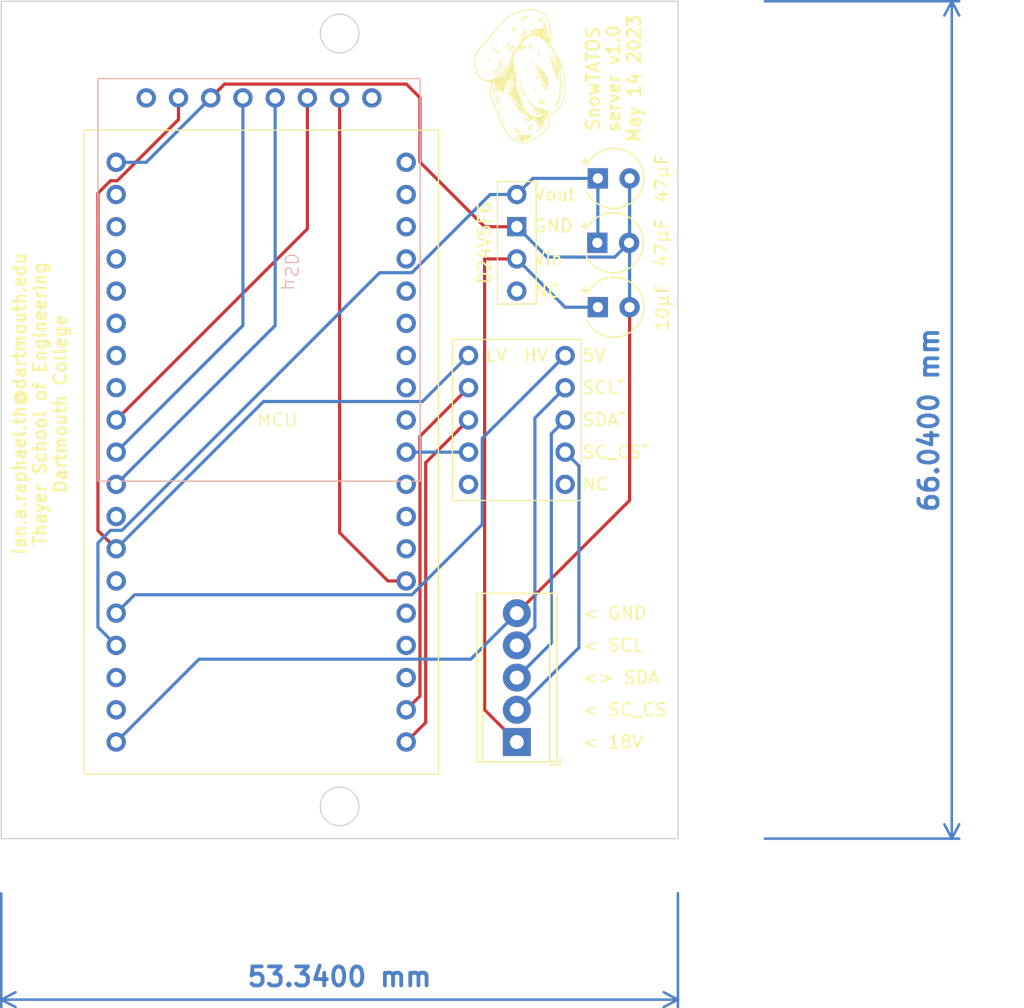
<source format=kicad_pcb>
(kicad_pcb (version 20221018) (generator pcbnew)
  (layers (0 "F.Cu" signal) (31 "B.Cu" signal) (34 "B.Paste" user) (35 "F.Paste" user) (36 "B.SilkS" user "B.Silkscreen") (37 "F.SilkS" user "F.Silkscreen") (38 "B.Mask" user) (39 "F.Mask" user) (44 "Edge.Cuts" user))
  (net 0 "")
  (net 1 "Net-(J1-Pin_2)")
  (net 2 "Net-(J1-Pin_3)")
  (net 3 "/GND")
  (net 8 "/3V3")
  (net 11 "Net-(U1-Vout)")
  (net 15 "/sd_cs")
  (net 25 "Net-(MCU1-MISO)")
  (net 26 "Net-(MCU1-MOSI)")
  (net 27 "Net-(MCU1-SCK)")
  (net 35 "Net-(J1-Pin_4)")
  (net 38 "Net-(J1-Pin_1)")
  (net 39 "/5V")
  (net 40 "Net-(MCU1-D6)")
  (net 41 "Net-(MCU1-SDA)")
  (net 42 "Net-(MCU1-SCL)")
  (footprint "Capacitor_THT:CP_Radial_Tantal_D4.5mm_P2.50mm" (layer "F.Cu") (at 161.33 72.39)
    (fp_text reference "C3" hide)
    (fp_text value "47µF" (at 5.04 0 90) (layer "F.SilkS"))
    (pad "1" thru_hole rect (at 0 0) (size 1.6 1.6) (drill 0.8) (layers "*.Cu" "*.Mask") (net 11 "Net-(U1-Vout)"))
    (pad "2" thru_hole circle (at 2.5 0) (size 1.6 1.6) (drill 0.8) (layers "*.Cu" "*.Mask") (net 3 "/GND"))
  )
  (footprint "Capacitor_THT:CP_Radial_Tantal_D4.5mm_P2.50mm" (layer "F.Cu") (at 161.29 77.47)
    (fp_text reference "C2" hide)
    (fp_text value "47µF" (at 5.08 0 90) (layer "F.SilkS"))
    (pad "1" thru_hole rect (at 0 0) (size 1.6 1.6) (drill 0.8) (layers "*.Cu" "*.Mask") (net 11 "Net-(U1-Vout)"))
    (pad "2" thru_hole circle (at 2.5 0) (size 1.6 1.6) (drill 0.8) (layers "*.Cu" "*.Mask") (net 3 "/GND"))
  )
  (footprint "TerminalBlock_Phoenix:TerminalBlock_Phoenix_MPT-0,5-5-2.54_1x05_P2.54mm_Horizontal" (layer "F.Cu") (at 154.94 116.84 90)
    (fp_text reference "J1" hide)
    (fp_text value "Screw_Terminal_01x04" hide)
    (pad "1" thru_hole rect (at 0 0 90) (size 2.2 2.2) (drill 1.1) (layers "*.Cu" "*.Mask") (net 38 "Net-(J1-Pin_1)"))
    (pad "2" thru_hole circle (at 2.54 0 90) (size 2.2 2.2) (drill 1.1) (layers "*.Cu" "*.Mask") (net 1 "Net-(J1-Pin_2)"))
    (pad "3" thru_hole circle (at 5.08 0 90) (size 2.2 2.2) (drill 1.1) (layers "*.Cu" "*.Mask") (net 2 "Net-(J1-Pin_3)"))
    (pad "4" thru_hole circle (at 7.62 0 90) (size 2.2 2.2) (drill 1.1) (layers "*.Cu" "*.Mask") (net 35 "Net-(J1-Pin_4)"))
    (pad "5" thru_hole circle (at 10.16 0 90) (size 2.2 2.2) (drill 1.1) (layers "*.Cu" "*.Mask") (net 3 "/GND"))
  )
  (footprint "LOGO" (layer "F.Cu") (at 154.94 64.262 90)
    (fp_text reference "G***" hide)
    (fp_text value "LOGO" hide)
  )
  (footprint "Converter_DCDC:Pololu_logicLevelShifter" (layer "F.Cu") (at 154.94 91.44)
    (fp_text reference "U2" hide)
    (fp_text value "~" hide)
    (pad "1" thru_hole circle (at -3.81 -5.08) (size 1.524 1.524) (drill 0.9) (layers "*.Cu" "*.Mask") (net 8 "/3V3"))
    (pad "2" thru_hole circle (at -3.81 -2.54) (size 1.524 1.524) (drill 0.9) (layers "*.Cu" "*.Mask") (net 42 "Net-(MCU1-SCL)"))
    (pad "3" thru_hole circle (at -3.81 0) (size 1.524 1.524) (drill 0.9) (layers "*.Cu" "*.Mask") (net 41 "Net-(MCU1-SDA)"))
    (pad "4" thru_hole circle (at -3.81 2.54) (size 1.524 1.524) (drill 0.9) (layers "*.Cu" "*.Mask") (net 40 "Net-(MCU1-D6)"))
    (pad "5" thru_hole circle (at -3.81 5.08) (size 1.524 1.524) (drill 0.9) (layers "*.Cu" "*.Mask"))
    (pad "6" thru_hole circle (at 3.81 -5.08) (size 1.524 1.524) (drill 0.9) (layers "*.Cu" "*.Mask") (net 39 "/5V"))
    (pad "7" thru_hole circle (at 3.81 -2.54) (size 1.524 1.524) (drill 0.9) (layers "*.Cu" "*.Mask") (net 35 "Net-(J1-Pin_4)"))
    (pad "8" thru_hole circle (at 3.81 0) (size 1.524 1.524) (drill 0.9) (layers "*.Cu" "*.Mask") (net 2 "Net-(J1-Pin_3)"))
    (pad "9" thru_hole circle (at 3.81 2.54) (size 1.524 1.524) (drill 0.9) (layers "*.Cu" "*.Mask") (net 1 "Net-(J1-Pin_2)"))
    (pad "10" thru_hole circle (at 3.81 5.08) (size 1.524 1.524) (drill 0.9) (layers "*.Cu" "*.Mask"))
  )
  (footprint "Converter_DCDC:Pololu_D24V5F9" (layer "F.Cu") (at 154.94 77.724 90)
    (fp_text reference "U1" hide)
    (fp_text value "TPSM84203" hide)
    (pad "1" thru_hole circle (at -3.556 0 90) (size 1.524 1.524) (drill 0.9) (layers "*.Cu" "*.Mask"))
    (pad "2" thru_hole circle (at -1.016 0 90) (size 1.524 1.524) (drill 0.9) (layers "*.Cu" "*.Mask") (net 38 "Net-(J1-Pin_1)"))
    (pad "3" thru_hole rect (at 1.524 0 90) (size 1.524 1.524) (drill 0.9) (layers "*.Cu" "*.Mask") (net 3 "/GND"))
    (pad "4" thru_hole circle (at 4.064 0 90) (size 1.524 1.524) (drill 0.9) (layers "*.Cu" "*.Mask") (net 11 "Net-(U1-Vout)"))
  )
  (footprint "Module:Rocket_Scream_Mini_Ultra_Pro" (layer "F.Cu") (at 136.06 93.98)
    (fp_text reference "MCU" (at 0 -2.54 unlocked) (layer "F.SilkS") (effects (font (thickness 0.1))))
    (fp_text value "~")
    (pad "0" thru_hole circle (at 10.16 -15.24) (size 1.524 1.524) (drill 0.9) (layers "*.Cu" "*.Mask"))
    (pad "1" thru_hole circle (at 10.16 -12.7) (size 1.524 1.524) (drill 0.9) (layers "*.Cu" "*.Mask"))
    (pad "2" thru_hole circle (at 10.16 -10.16) (size 1.524 1.524) (drill 0.9) (layers "*.Cu" "*.Mask"))
    (pad "3" thru_hole circle (at 10.16 -7.62) (size 1.524 1.524) (drill 0.9) (layers "*.Cu" "*.Mask"))
    (pad "3V3" thru_hole circle (at -12.7 7.62) (size 1.524 1.524) (drill 0.9) (layers "*.Cu" "*.Mask") (net 8 "/3V3"))
    (pad "4" thru_hole circle (at 10.16 -5.08) (size 1.524 1.524) (drill 0.9) (layers "*.Cu" "*.Mask"))
    (pad "5" thru_hole circle (at 10.16 -2.54) (size 1.524 1.524) (drill 0.9) (layers "*.Cu" "*.Mask"))
    (pad "5V" thru_hole circle (at -12.7 12.7) (size 1.524 1.524) (drill 0.9) (layers "*.Cu" "*.Mask") (net 39 "/5V"))
    (pad "6" thru_hole circle (at 10.16 0) (size 1.524 1.524) (drill 0.9) (layers "*.Cu" "*.Mask") (net 40 "Net-(MCU1-D6)"))
    (pad "7" thru_hole circle (at 10.16 2.54) (size 1.524 1.524) (drill 0.9) (layers "*.Cu" "*.Mask"))
    (pad "8" thru_hole circle (at 10.16 5.08) (size 1.524 1.524) (drill 0.9) (layers "*.Cu" "*.Mask"))
    (pad "9" thru_hole circle (at 10.16 7.62) (size 1.524 1.524) (drill 0.9) (layers "*.Cu" "*.Mask"))
    (pad "10" thru_hole circle (at 10.16 10.16) (size 1.524 1.524) (drill 0.9) (layers "*.Cu" "*.Mask") (net 15 "/sd_cs"))
    (pad "11" thru_hole circle (at 10.16 12.7) (size 1.524 1.524) (drill 0.9) (layers "*.Cu" "*.Mask"))
    (pad "12" thru_hole circle (at 10.16 15.24) (size 1.524 1.524) (drill 0.9) (layers "*.Cu" "*.Mask"))
    (pad "13" thru_hole circle (at 10.16 17.78) (size 1.524 1.524) (drill 0.9) (layers "*.Cu" "*.Mask"))
    (pad "14" thru_hole circle (at -12.7 -17.78) (size 1.524 1.524) (drill 0.9) (layers "*.Cu" "*.Mask"))
    (pad "15" thru_hole circle (at -12.7 -15.24) (size 1.524 1.524) (drill 0.9) (layers "*.Cu" "*.Mask"))
    (pad "16" thru_hole circle (at -12.7 -12.7) (size 1.524 1.524) (drill 0.9) (layers "*.Cu" "*.Mask"))
    (pad "17" thru_hole circle (at -12.7 -10.16) (size 1.524 1.524) (drill 0.9) (layers "*.Cu" "*.Mask"))
    (pad "18" thru_hole circle (at -12.7 -7.62) (size 1.524 1.524) (drill 0.9) (layers "*.Cu" "*.Mask"))
    (pad "19" thru_hole circle (at -12.7 -5.08) (size 1.524 1.524) (drill 0.9) (layers "*.Cu" "*.Mask"))
    (pad "20" thru_hole circle (at 10.16 22.86) (size 1.524 1.524) (drill 0.9) (layers "*.Cu" "*.Mask") (net 41 "Net-(MCU1-SDA)"))
    (pad "21" thru_hole circle (at 10.16 20.32) (size 1.524 1.524) (drill 0.9) (layers "*.Cu" "*.Mask") (net 42 "Net-(MCU1-SCL)"))
    (pad "22" thru_hole circle (at -12.7 2.54) (size 1.524 1.524) (drill 0.9) (layers "*.Cu" "*.Mask") (net 25 "Net-(MCU1-MISO)"))
    (pad "23" thru_hole circle (at -12.7 -2.54) (size 1.524 1.524) (drill 0.9) (layers "*.Cu" "*.Mask") (net 26 "Net-(MCU1-MOSI)"))
    (pad "24" thru_hole circle (at -12.7 0) (size 1.524 1.524) (drill 0.9) (layers "*.Cu" "*.Mask") (net 27 "Net-(MCU1-SCK)"))
    (pad "30" thru_hole circle (at 10.16 -17.78) (size 1.524 1.524) (drill 0.9) (layers "*.Cu" "*.Mask"))
    (pad "31" thru_hole circle (at 10.16 -20.32) (size 1.524 1.524) (drill 0.9) (layers "*.Cu" "*.Mask"))
    (pad "38" thru_hole circle (at -12.7 5.08) (size 1.524 1.524) (drill 0.9) (layers "*.Cu" "*.Mask"))
    (pad "AREF" thru_hole circle (at -12.7 -20.32) (size 1.524 1.524) (drill 0.9) (layers "*.Cu" "*.Mask"))
    (pad "BAT" thru_hole circle (at -12.7 20.32) (size 1.524 1.524) (drill 0.9) (layers "*.Cu" "*.Mask"))
    (pad "GND" thru_hole circle (at -12.7 -22.86) (size 1.524 1.524) (drill 0.9) (layers "*.Cu" "*.Mask") (net 3 "/GND"))
    (pad "GND" thru_hole circle (at -12.7 17.78) (size 1.524 1.524) (drill 0.9) (layers "*.Cu" "*.Mask") (net 3 "/GND"))
    (pad "GND" thru_hole circle (at -12.7 22.86) (size 1.524 1.524) (drill 0.9) (layers "*.Cu" "*.Mask") (net 3 "/GND"))
    (pad "RST" thru_hole circle (at 10.16 -22.86) (size 1.524 1.524) (drill 0.9) (layers "*.Cu" "*.Mask"))
    (pad "VBUS" thru_hole circle (at -12.7 10.16) (size 1.524 1.524) (drill 0.9) (layers "*.Cu" "*.Mask"))
    (pad "VIN" thru_hole circle (at -12.7 15.24) (size 1.524 1.524) (drill 0.9) (layers "*.Cu" "*.Mask") (net 11 "Net-(U1-Vout)"))
  )
  (footprint "Capacitor_THT:CP_Radial_Tantal_D4.5mm_P2.50mm" (layer "F.Cu") (at 161.33 82.55)
    (fp_text reference "C1" hide)
    (fp_text value "10µF" (at 5.08 0 90) (layer "F.SilkS"))
    (pad "1" thru_hole rect (at 0 0) (size 1.6 1.6) (drill 0.8) (layers "*.Cu" "*.Mask") (net 38 "Net-(J1-Pin_1)"))
    (pad "2" thru_hole circle (at 2.5 0) (size 1.6 1.6) (drill 0.8) (layers "*.Cu" "*.Mask") (net 3 "/GND"))
  )
  (footprint "Connector_Card:micro_sd_cardReader_adafruit" (layer "B.Cu") (at 134.62 79.756 90)
    (fp_text reference "µSD" (at 0 2.54 270 unlocked) (layer "B.SilkS") (effects (font (thickness 0.1)) (justify mirror)))
    (fp_text value "~")
    (pad "1" thru_hole circle (at 13.716 8.89 90) (size 1.524 1.524) (drill 0.9) (layers "*.Cu" "*.Mask"))
    (pad "2" thru_hole circle (at 13.716 6.35 90) (size 1.524 1.524) (drill 0.9) (layers "*.Cu" "*.Mask") (net 15 "/sd_cs"))
    (pad "3" thru_hole circle (at 13.716 3.81 90) (size 1.524 1.524) (drill 0.9) (layers "*.Cu" "*.Mask") (net 26 "Net-(MCU1-MOSI)"))
    (pad "4" thru_hole circle (at 13.716 1.27 90) (size 1.524 1.524) (drill 0.9) (layers "*.Cu" "*.Mask") (net 25 "Net-(MCU1-MISO)"))
    (pad "5" thru_hole circle (at 13.716 -1.27 90) (size 1.524 1.524) (drill 0.9) (layers "*.Cu" "*.Mask") (net 27 "Net-(MCU1-SCK)"))
    (pad "6" thru_hole circle (at 13.716 -3.81 90) (size 1.524 1.524) (drill 0.9) (layers "*.Cu" "*.Mask") (net 3 "/GND"))
    (pad "7" thru_hole circle (at 13.716 -6.35 90) (size 1.524 1.524) (drill 0.9) (layers "*.Cu" "*.Mask") (net 8 "/3V3"))
    (pad "8" thru_hole circle (at 13.716 -8.89 90) (size 1.524 1.524) (drill 0.9) (layers "*.Cu" "*.Mask"))
  )
  (gr_circle (center 140.97 60.96) (end 142.494 60.96) (stroke (width 0.1)) (fill none) (layer "Edge.Cuts"))
  (gr_circle (center 140.97 121.92) (end 142.494 121.92) (stroke (width 0.1)) (fill none) (layer "Edge.Cuts"))
  (gr_rect (start 114.3 58.42) (end 167.64 124.46) (stroke (width 0.1)) (fill none) (layer "Edge.Cuts"))
  (gr_text "NC" (at 160.02 96.52) (layer "F.SilkS") (effects (font (size 1 1)) (justify left)))
  (gr_text "< SCL" (at 160.02 109.22) (layer "F.SilkS") (effects (font (size 1 1)) (justify left)))
  (gr_text "SnowTATOS\nserver v1.0\nMay 14 2023" (at 162.56 64.516 90) (layer "F.SilkS") (effects (font (size 1 1) (thickness 0.2) bold)))
  (gr_text "ian.a.raphael.th@dartmouth.edu\nThayer School of Engineering\nDartmouth College" (at 117.348 90.17 90) (layer "F.SilkS") (effects (font (size 1 1) (thickness 0.2) bold)))
  (gr_text "<> SDA" (at 160.02 111.76) (layer "F.SilkS") (effects (font (size 1 1)) (justify left)))
  (gr_text "SDA^" (at 160.02 91.44) (layer "F.SilkS") (effects (font (size 1 1)) (justify left)))
  (gr_text "D24V5F6" (at 152.4 77.47 90) (layer "F.SilkS") (effects (font (size 1 1))))
  (gr_text "HV" (at 157.48 86.36) (layer "F.SilkS") (effects (font (size 1 1)) (justify right)))
  (gr_text "< GND" (at 160.02 106.68) (layer "F.SilkS") (effects (font (size 1 1)) (justify left)))
  (gr_text "5V" (at 160.02 86.36) (layer "F.SilkS") (effects (font (size 1 1)) (justify left)))
  (gr_text "NC" (at 156.21 81.28) (layer "F.SilkS") (effects (font (size 1 1)) (justify left)))
  (gr_text "Vin" (at 156.21 78.74) (layer "F.SilkS") (effects (font (size 1 1)) (justify left)))
  (gr_text "GND" (at 156.192712 76.135) (layer "F.SilkS") (effects (font (size 1 1)) (justify left)))
  (gr_text "SC_CS^" (at 160.02 93.98) (layer "F.SilkS") (effects (font (size 1 1)) (justify left)))
  (gr_text "Vout" (at 156.21 73.66) (layer "F.SilkS") (effects (font (size 1 1)) (justify left)))
  (gr_text "< 18V" (at 160.02 116.84) (layer "F.SilkS") (effects (font (size 1 1)) (justify left)))
  (gr_text "SCL^" (at 160.02 88.9) (layer "F.SilkS") (effects (font (size 1 1)) (justify left)))
  (gr_text "LV" (at 152.4 86.36) (layer "F.SilkS") (effects (font (size 1 1)) (justify left)))
  (gr_text "< SC_CS" (at 160.02 114.3) (layer "F.SilkS") (effects (font (size 1 1)) (justify left)))
  (dimension (type aligned) (layer "B.Cu") (pts (xy 173.99 58.42) (xy 173.99 124.46)) (height -15.24) (gr_text "2.6000 in" (at 187.43 91.44 90) (layer "B.Cu") (effects (font (size 1.5 1.5) (thickness 0.3)))) (format (prefix "") (suffix "") (units 3) (units_format 1) (precision 4)) (style (thickness 0.2) (arrow_length 1.27) (text_position_mode 0) (extension_height 0.58642) (extension_offset 0.5) keep_text_aligned))
  (dimension (type aligned) (layer "B.Cu") (pts (xy 114.3 128.27) (xy 167.64 128.27)) (height 8.89) (gr_text "2.1000 in" (at 140.97 135.36) (layer "B.Cu") (effects (font (size 1.5 1.5) (thickness 0.3)))) (format (prefix "") (suffix "") (units 3) (units_format 1) (precision 4)) (style (thickness 0.2) (arrow_length 1.27) (text_position_mode 0) (extension_height 0.58642) (extension_offset 0.5) keep_text_aligned))
  (segment (start 159.837 95.067) (end 159.837 109.403) (width 0.25) (layer "B.Cu") (net 1))
  (segment (start 158.75 93.98) (end 159.837 95.067) (width 0.25) (layer "B.Cu") (net 1))
  (segment (start 159.837 109.403) (end 154.94 114.3) (width 0.25) (layer "B.Cu") (net 1))
  (segment (start 157.663 109.037) (end 154.94 111.76) (width 0.25) (layer "B.Cu") (net 2))
  (segment (start 157.663 92.527) (end 157.663 109.037) (width 0.25) (layer "B.Cu") (net 2))
  (segment (start 158.75 91.44) (end 157.663 92.527) (width 0.25) (layer "B.Cu") (net 2))
  (segment (start 147.307 66.027) (end 146.233 64.953) (width 0.25) (layer "F.Cu") (net 3))
  (segment (start 146.233 64.953) (end 131.897 64.953) (width 0.25) (layer "F.Cu") (net 3))
  (segment (start 154.94 76.2) (end 152.4 76.2) (width 0.25) (layer "F.Cu") (net 3))
  (segment (start 147.307 71.107) (end 147.307 66.027) (width 0.25) (layer "F.Cu") (net 3))
  (segment (start 131.897 64.953) (end 130.81 66.04) (width 0.25) (layer "F.Cu") (net 3))
  (segment (start 163.83 97.79) (end 154.94 106.68) (width 0.25) (layer "F.Cu") (net 3))
  (segment (start 163.83 82.55) (end 163.83 97.79) (width 0.25) (layer "F.Cu") (net 3))
  (segment (start 152.4 76.2) (end 147.32 71.12) (width 0.25) (layer "F.Cu") (net 3))
  (segment (start 125.73 71.12) (end 123.36 71.12) (width 0.25) (layer "B.Cu") (net 3))
  (segment (start 157.335 78.595) (end 154.94 76.2) (width 0.25) (layer "B.Cu") (net 3))
  (segment (start 151.313 110.307) (end 129.893 110.307) (width 0.25) (layer "B.Cu") (net 3))
  (segment (start 163.79 77.47) (end 162.665 78.595) (width 0.25) (layer "B.Cu") (net 3))
  (segment (start 163.83 72.39) (end 163.83 80.01) (width 0.25) (layer "B.Cu") (net 3))
  (segment (start 154.94 106.68) (end 151.313 110.307) (width 0.25) (layer "B.Cu") (net 3))
  (segment (start 163.83 80.01) (end 163.83 82.55) (width 0.25) (layer "B.Cu") (net 3))
  (segment (start 129.893 110.307) (end 123.36 116.84) (width 0.25) (layer "B.Cu") (net 3))
  (segment (start 162.665 78.595) (end 157.335 78.595) (width 0.25) (layer "B.Cu") (net 3))
  (segment (start 130.81 66.04) (end 125.73 71.12) (width 0.25) (layer "B.Cu") (net 3))
  (segment (start 128.27 67.747251) (end 123.444251 72.573) (width 0.25) (layer "F.Cu") (net 8))
  (segment (start 122.909749 72.573) (end 121.92 73.562749) (width 0.25) (layer "F.Cu") (net 8))
  (segment (start 121.92 73.562749) (end 121.92 100.16) (width 0.25) (layer "F.Cu") (net 8))
  (segment (start 128.27 66.04) (end 128.27 67.747251) (width 0.25) (layer "F.Cu") (net 8))
  (segment (start 121.92 100.16) (end 123.36 101.6) (width 0.25) (layer "F.Cu") (net 8))
  (segment (start 123.444251 72.573) (end 122.909749 72.573) (width 0.25) (layer "F.Cu") (net 8))
  (segment (start 134.973 89.987) (end 123.36 101.6) (width 0.25) (layer "B.Cu") (net 8))
  (segment (start 147.503 89.987) (end 134.973 89.987) (width 0.25) (layer "B.Cu") (net 8))
  (segment (start 151.13 86.36) (end 147.503 89.987) (width 0.25) (layer "B.Cu") (net 8))
  (segment (start 144.130251 79.827) (end 123.810251 100.147) (width 0.25) (layer "B.Cu") (net 11))
  (segment (start 146.670251 79.827) (end 144.130251 79.827) (width 0.25) (layer "B.Cu") (net 11))
  (segment (start 121.92 101.136749) (end 121.92 107.78) (width 0.25) (layer "B.Cu") (net 11))
  (segment (start 121.92 107.78) (end 123.36 109.22) (width 0.25) (layer "B.Cu") (net 11))
  (segment (start 154.94 73.66) (end 152.837251 73.66) (width 0.25) (layer "B.Cu") (net 11))
  (segment (start 161.33 72.39) (end 156.21 72.39) (width 0.25) (layer "B.Cu") (net 11))
  (segment (start 122.909749 100.147) (end 121.92 101.136749) (width 0.25) (layer "B.Cu") (net 11))
  (segment (start 123.810251 100.147) (end 122.909749 100.147) (width 0.25) (layer "B.Cu") (net 11))
  (segment (start 161.33 72.39) (end 161.33 77.43) (width 0.25) (layer "B.Cu") (net 11))
  (segment (start 156.21 72.39) (end 154.94 73.66) (width 0.25) (layer "B.Cu") (net 11))
  (segment (start 152.837251 73.66) (end 146.670251 79.827) (width 0.25) (layer "B.Cu") (net 11))
  (segment (start 140.97 100.33) (end 140.97 66.04) (width 0.25) (layer "F.Cu") (net 15))
  (segment (start 144.78 104.14) (end 140.97 100.33) (width 0.25) (layer "F.Cu") (net 15))
  (segment (start 144.78 104.14) (end 146.22 104.14) (width 0.25) (layer "F.Cu") (net 15))
  (segment (start 123.36 96.52) (end 135.89 83.99) (width 0.25) (layer "B.Cu") (net 25))
  (segment (start 135.89 83.99) (end 135.89 66.04) (width 0.25) (layer "B.Cu") (net 25))
  (segment (start 138.43 66.04) (end 138.43 76.37) (width 0.25) (layer "F.Cu") (net 26))
  (segment (start 138.43 76.37) (end 123.36 91.44) (width 0.25) (layer "F.Cu") (net 26))
  (segment (start 123.36 93.98) (end 133.35 83.99) (width 0.25) (layer "B.Cu") (net 27))
  (segment (start 133.35 83.99) (end 133.35 66.04) (width 0.25) (layer "B.Cu") (net 27))
  (segment (start 156.365 91.285) (end 158.75 88.9) (width 0.25) (layer "B.Cu") (net 35))
  (segment (start 154.94 109.22) (end 156.365 107.795) (width 0.25) (layer "B.Cu") (net 35))
  (segment (start 156.365 107.795) (end 156.365 91.285) (width 0.25) (layer "B.Cu") (net 35))
  (segment (start 152.4 114.3) (end 154.94 116.84) (width 0.25) (layer "F.Cu") (net 38))
  (segment (start 152.4 78.74) (end 154.94 78.74) (width 0.25) (layer "F.Cu") (net 38))
  (segment (start 152.4 78.74) (end 152.4 114.3) (width 0.25) (layer "F.Cu") (net 38))
  (segment (start 158.75 82.55) (end 154.94 78.74) (width 0.25) (layer "B.Cu") (net 38))
  (segment (start 161.33 82.55) (end 158.75 82.55) (width 0.25) (layer "B.Cu") (net 38))
  (segment (start 152.217 99.680251) (end 146.670251 105.227) (width 0.25) (layer "B.Cu") (net 39))
  (segment (start 152.217 92.893) (end 152.217 99.680251) (width 0.25) (layer "B.Cu") (net 39))
  (segment (start 124.813 105.227) (end 123.36 106.68) (width 0.25) (layer "B.Cu") (net 39))
  (segment (start 146.670251 105.227) (end 124.813 105.227) (width 0.25) (layer "B.Cu") (net 39))
  (segment (start 158.75 86.36) (end 152.217 92.893) (width 0.25) (layer "B.Cu") (net 39))
  (segment (start 146.22 93.98) (end 151.13 93.98) (width 0.25) (layer "B.Cu") (net 40))
  (segment (start 147.757 94.813) (end 147.757 115.303) (width 0.25) (layer "F.Cu") (net 41))
  (segment (start 147.757 115.303) (end 146.22 116.84) (width 0.25) (layer "F.Cu") (net 41))
  (segment (start 151.13 91.44) (end 147.757 94.813) (width 0.25) (layer "F.Cu") (net 41))
  (segment (start 147.307 92.723) (end 147.307 113.213) (width 0.25) (layer "F.Cu") (net 42))
  (segment (start 147.307 113.213) (end 146.22 114.3) (width 0.25) (layer "F.Cu") (net 42))
  (segment (start 151.13 88.9) (end 147.307 92.723) (width 0.25) (layer "F.Cu") (net 42))
)
</source>
